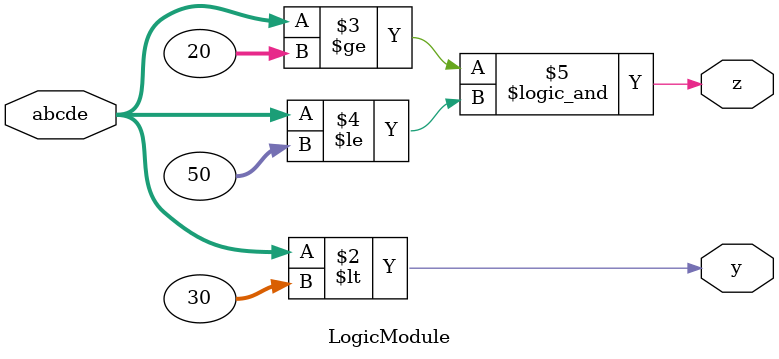
<source format=v>
module LogicModule(input wire [4:0] abcde, output reg y, output reg z);

    always @(abcde) begin
        y = (abcde < 30);
        z = (abcde >= 20) && (abcde <= 50);
    end

endmodule

</source>
